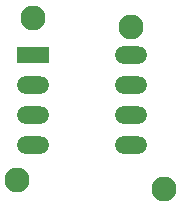
<source format=gbs>
%FSLAX25Y25*%
%MOIN*%
G70*
G01*
G75*
G04 Layer_Color=16711935*
%ADD10R,0.04016X0.03543*%
%ADD11C,0.02500*%
%ADD12R,0.28500X0.13000*%
%ADD13R,0.23500X0.21500*%
%ADD14R,0.39500X0.21500*%
%ADD15C,0.07500*%
%ADD16R,0.10000X0.05000*%
%ADD17O,0.10000X0.05000*%
%ADD18C,0.01000*%
%ADD19C,0.00700*%
%ADD20R,0.04816X0.04343*%
%ADD21C,0.08300*%
%ADD22R,0.10800X0.05800*%
%ADD23O,0.10800X0.05800*%
D21*
X252000Y364500D02*
D03*
X219500Y367500D02*
D03*
X214000Y313500D02*
D03*
X263000Y310500D02*
D03*
D22*
X219500Y355000D02*
D03*
D23*
Y345000D02*
D03*
Y335000D02*
D03*
Y325000D02*
D03*
X252000Y355000D02*
D03*
Y345000D02*
D03*
Y335000D02*
D03*
Y325000D02*
D03*
M02*

</source>
